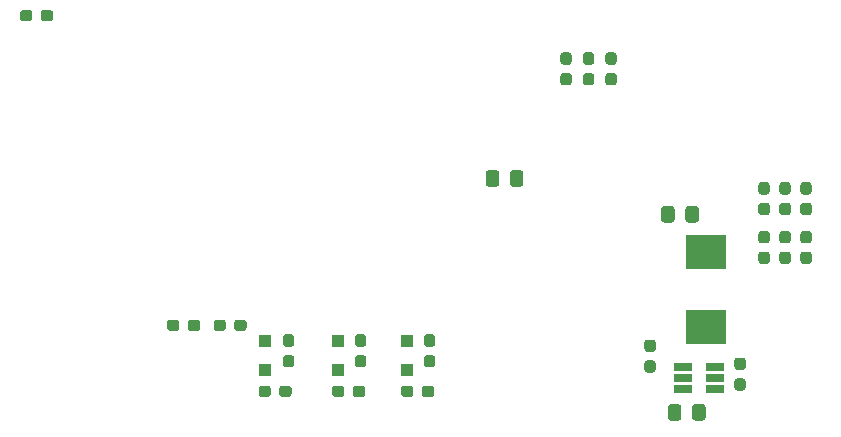
<source format=gtp>
G04 #@! TF.GenerationSoftware,KiCad,Pcbnew,(5.1.6)-1*
G04 #@! TF.CreationDate,2020-11-18T04:27:20-08:00*
G04 #@! TF.ProjectId,Logic Board RevA,4c6f6769-6320-4426-9f61-726420526576,rev?*
G04 #@! TF.SameCoordinates,Original*
G04 #@! TF.FileFunction,Paste,Top*
G04 #@! TF.FilePolarity,Positive*
%FSLAX46Y46*%
G04 Gerber Fmt 4.6, Leading zero omitted, Abs format (unit mm)*
G04 Created by KiCad (PCBNEW (5.1.6)-1) date 2020-11-18 04:27:20*
%MOMM*%
%LPD*%
G01*
G04 APERTURE LIST*
%ADD10R,3.500000X3.000000*%
%ADD11R,1.560000X0.650000*%
%ADD12R,1.000000X1.000000*%
G04 APERTURE END LIST*
G36*
G01*
X168926500Y-91409000D02*
X169401500Y-91409000D01*
G75*
G02*
X169639000Y-91646500I0J-237500D01*
G01*
X169639000Y-92221500D01*
G75*
G02*
X169401500Y-92459000I-237500J0D01*
G01*
X168926500Y-92459000D01*
G75*
G02*
X168689000Y-92221500I0J237500D01*
G01*
X168689000Y-91646500D01*
G75*
G02*
X168926500Y-91409000I237500J0D01*
G01*
G37*
G36*
G01*
X168926500Y-89659000D02*
X169401500Y-89659000D01*
G75*
G02*
X169639000Y-89896500I0J-237500D01*
G01*
X169639000Y-90471500D01*
G75*
G02*
X169401500Y-90709000I-237500J0D01*
G01*
X168926500Y-90709000D01*
G75*
G02*
X168689000Y-90471500I0J237500D01*
G01*
X168689000Y-89896500D01*
G75*
G02*
X168926500Y-89659000I237500J0D01*
G01*
G37*
G36*
G01*
X120173000Y-86313000D02*
X120173000Y-86788000D01*
G75*
G02*
X119935500Y-87025500I-237500J0D01*
G01*
X119360500Y-87025500D01*
G75*
G02*
X119123000Y-86788000I0J237500D01*
G01*
X119123000Y-86313000D01*
G75*
G02*
X119360500Y-86075500I237500J0D01*
G01*
X119935500Y-86075500D01*
G75*
G02*
X120173000Y-86313000I0J-237500D01*
G01*
G37*
G36*
G01*
X121923000Y-86313000D02*
X121923000Y-86788000D01*
G75*
G02*
X121685500Y-87025500I-237500J0D01*
G01*
X121110500Y-87025500D01*
G75*
G02*
X120873000Y-86788000I0J237500D01*
G01*
X120873000Y-86313000D01*
G75*
G02*
X121110500Y-86075500I237500J0D01*
G01*
X121685500Y-86075500D01*
G75*
G02*
X121923000Y-86313000I0J-237500D01*
G01*
G37*
G36*
G01*
X160597000Y-100780001D02*
X160597000Y-99879999D01*
G75*
G02*
X160846999Y-99630000I249999J0D01*
G01*
X161497001Y-99630000D01*
G75*
G02*
X161747000Y-99879999I0J-249999D01*
G01*
X161747000Y-100780001D01*
G75*
G02*
X161497001Y-101030000I-249999J0D01*
G01*
X160846999Y-101030000D01*
G75*
G02*
X160597000Y-100780001I0J249999D01*
G01*
G37*
G36*
G01*
X158547000Y-100780001D02*
X158547000Y-99879999D01*
G75*
G02*
X158796999Y-99630000I249999J0D01*
G01*
X159447001Y-99630000D01*
G75*
G02*
X159697000Y-99879999I0J-249999D01*
G01*
X159697000Y-100780001D01*
G75*
G02*
X159447001Y-101030000I-249999J0D01*
G01*
X158796999Y-101030000D01*
G75*
G02*
X158547000Y-100780001I0J249999D01*
G01*
G37*
D10*
X177165000Y-112878000D03*
X177165000Y-106578000D03*
G36*
G01*
X184133500Y-105822000D02*
X183658500Y-105822000D01*
G75*
G02*
X183421000Y-105584500I0J237500D01*
G01*
X183421000Y-105009500D01*
G75*
G02*
X183658500Y-104772000I237500J0D01*
G01*
X184133500Y-104772000D01*
G75*
G02*
X184371000Y-105009500I0J-237500D01*
G01*
X184371000Y-105584500D01*
G75*
G02*
X184133500Y-105822000I-237500J0D01*
G01*
G37*
G36*
G01*
X184133500Y-107572000D02*
X183658500Y-107572000D01*
G75*
G02*
X183421000Y-107334500I0J237500D01*
G01*
X183421000Y-106759500D01*
G75*
G02*
X183658500Y-106522000I237500J0D01*
G01*
X184133500Y-106522000D01*
G75*
G02*
X184371000Y-106759500I0J-237500D01*
G01*
X184371000Y-107334500D01*
G75*
G02*
X184133500Y-107572000I-237500J0D01*
G01*
G37*
D11*
X177956200Y-117208300D03*
X177956200Y-116258300D03*
X177956200Y-118158300D03*
X175256200Y-118158300D03*
X175256200Y-117208300D03*
X175256200Y-116258300D03*
G36*
G01*
X165591500Y-90709000D02*
X165116500Y-90709000D01*
G75*
G02*
X164879000Y-90471500I0J237500D01*
G01*
X164879000Y-89896500D01*
G75*
G02*
X165116500Y-89659000I237500J0D01*
G01*
X165591500Y-89659000D01*
G75*
G02*
X165829000Y-89896500I0J-237500D01*
G01*
X165829000Y-90471500D01*
G75*
G02*
X165591500Y-90709000I-237500J0D01*
G01*
G37*
G36*
G01*
X165591500Y-92459000D02*
X165116500Y-92459000D01*
G75*
G02*
X164879000Y-92221500I0J237500D01*
G01*
X164879000Y-91646500D01*
G75*
G02*
X165116500Y-91409000I237500J0D01*
G01*
X165591500Y-91409000D01*
G75*
G02*
X165829000Y-91646500I0J-237500D01*
G01*
X165829000Y-92221500D01*
G75*
G02*
X165591500Y-92459000I-237500J0D01*
G01*
G37*
G36*
G01*
X185436500Y-102394500D02*
X185911500Y-102394500D01*
G75*
G02*
X186149000Y-102632000I0J-237500D01*
G01*
X186149000Y-103207000D01*
G75*
G02*
X185911500Y-103444500I-237500J0D01*
G01*
X185436500Y-103444500D01*
G75*
G02*
X185199000Y-103207000I0J237500D01*
G01*
X185199000Y-102632000D01*
G75*
G02*
X185436500Y-102394500I237500J0D01*
G01*
G37*
G36*
G01*
X185436500Y-100644500D02*
X185911500Y-100644500D01*
G75*
G02*
X186149000Y-100882000I0J-237500D01*
G01*
X186149000Y-101457000D01*
G75*
G02*
X185911500Y-101694500I-237500J0D01*
G01*
X185436500Y-101694500D01*
G75*
G02*
X185199000Y-101457000I0J237500D01*
G01*
X185199000Y-100882000D01*
G75*
G02*
X185436500Y-100644500I237500J0D01*
G01*
G37*
G36*
G01*
X183658500Y-102394500D02*
X184133500Y-102394500D01*
G75*
G02*
X184371000Y-102632000I0J-237500D01*
G01*
X184371000Y-103207000D01*
G75*
G02*
X184133500Y-103444500I-237500J0D01*
G01*
X183658500Y-103444500D01*
G75*
G02*
X183421000Y-103207000I0J237500D01*
G01*
X183421000Y-102632000D01*
G75*
G02*
X183658500Y-102394500I237500J0D01*
G01*
G37*
G36*
G01*
X183658500Y-100644500D02*
X184133500Y-100644500D01*
G75*
G02*
X184371000Y-100882000I0J-237500D01*
G01*
X184371000Y-101457000D01*
G75*
G02*
X184133500Y-101694500I-237500J0D01*
G01*
X183658500Y-101694500D01*
G75*
G02*
X183421000Y-101457000I0J237500D01*
G01*
X183421000Y-100882000D01*
G75*
G02*
X183658500Y-100644500I237500J0D01*
G01*
G37*
G36*
G01*
X182355500Y-101694500D02*
X181880500Y-101694500D01*
G75*
G02*
X181643000Y-101457000I0J237500D01*
G01*
X181643000Y-100882000D01*
G75*
G02*
X181880500Y-100644500I237500J0D01*
G01*
X182355500Y-100644500D01*
G75*
G02*
X182593000Y-100882000I0J-237500D01*
G01*
X182593000Y-101457000D01*
G75*
G02*
X182355500Y-101694500I-237500J0D01*
G01*
G37*
G36*
G01*
X182355500Y-103444500D02*
X181880500Y-103444500D01*
G75*
G02*
X181643000Y-103207000I0J237500D01*
G01*
X181643000Y-102632000D01*
G75*
G02*
X181880500Y-102394500I237500J0D01*
G01*
X182355500Y-102394500D01*
G75*
G02*
X182593000Y-102632000I0J-237500D01*
G01*
X182593000Y-103207000D01*
G75*
G02*
X182355500Y-103444500I-237500J0D01*
G01*
G37*
G36*
G01*
X167496500Y-90709000D02*
X167021500Y-90709000D01*
G75*
G02*
X166784000Y-90471500I0J237500D01*
G01*
X166784000Y-89896500D01*
G75*
G02*
X167021500Y-89659000I237500J0D01*
G01*
X167496500Y-89659000D01*
G75*
G02*
X167734000Y-89896500I0J-237500D01*
G01*
X167734000Y-90471500D01*
G75*
G02*
X167496500Y-90709000I-237500J0D01*
G01*
G37*
G36*
G01*
X167496500Y-92459000D02*
X167021500Y-92459000D01*
G75*
G02*
X166784000Y-92221500I0J237500D01*
G01*
X166784000Y-91646500D01*
G75*
G02*
X167021500Y-91409000I237500J0D01*
G01*
X167496500Y-91409000D01*
G75*
G02*
X167734000Y-91646500I0J-237500D01*
G01*
X167734000Y-92221500D01*
G75*
G02*
X167496500Y-92459000I-237500J0D01*
G01*
G37*
G36*
G01*
X179848500Y-117253500D02*
X180323500Y-117253500D01*
G75*
G02*
X180561000Y-117491000I0J-237500D01*
G01*
X180561000Y-118066000D01*
G75*
G02*
X180323500Y-118303500I-237500J0D01*
G01*
X179848500Y-118303500D01*
G75*
G02*
X179611000Y-118066000I0J237500D01*
G01*
X179611000Y-117491000D01*
G75*
G02*
X179848500Y-117253500I237500J0D01*
G01*
G37*
G36*
G01*
X179848500Y-115503500D02*
X180323500Y-115503500D01*
G75*
G02*
X180561000Y-115741000I0J-237500D01*
G01*
X180561000Y-116316000D01*
G75*
G02*
X180323500Y-116553500I-237500J0D01*
G01*
X179848500Y-116553500D01*
G75*
G02*
X179611000Y-116316000I0J237500D01*
G01*
X179611000Y-115741000D01*
G75*
G02*
X179848500Y-115503500I237500J0D01*
G01*
G37*
G36*
G01*
X141066000Y-118601500D02*
X141066000Y-118126500D01*
G75*
G02*
X141303500Y-117889000I237500J0D01*
G01*
X141878500Y-117889000D01*
G75*
G02*
X142116000Y-118126500I0J-237500D01*
G01*
X142116000Y-118601500D01*
G75*
G02*
X141878500Y-118839000I-237500J0D01*
G01*
X141303500Y-118839000D01*
G75*
G02*
X141066000Y-118601500I0J237500D01*
G01*
G37*
G36*
G01*
X139316000Y-118601500D02*
X139316000Y-118126500D01*
G75*
G02*
X139553500Y-117889000I237500J0D01*
G01*
X140128500Y-117889000D01*
G75*
G02*
X140366000Y-118126500I0J-237500D01*
G01*
X140366000Y-118601500D01*
G75*
G02*
X140128500Y-118839000I-237500J0D01*
G01*
X139553500Y-118839000D01*
G75*
G02*
X139316000Y-118601500I0J237500D01*
G01*
G37*
G36*
G01*
X153131000Y-118601500D02*
X153131000Y-118126500D01*
G75*
G02*
X153368500Y-117889000I237500J0D01*
G01*
X153943500Y-117889000D01*
G75*
G02*
X154181000Y-118126500I0J-237500D01*
G01*
X154181000Y-118601500D01*
G75*
G02*
X153943500Y-118839000I-237500J0D01*
G01*
X153368500Y-118839000D01*
G75*
G02*
X153131000Y-118601500I0J237500D01*
G01*
G37*
G36*
G01*
X151381000Y-118601500D02*
X151381000Y-118126500D01*
G75*
G02*
X151618500Y-117889000I237500J0D01*
G01*
X152193500Y-117889000D01*
G75*
G02*
X152431000Y-118126500I0J-237500D01*
G01*
X152431000Y-118601500D01*
G75*
G02*
X152193500Y-118839000I-237500J0D01*
G01*
X151618500Y-118839000D01*
G75*
G02*
X151381000Y-118601500I0J237500D01*
G01*
G37*
G36*
G01*
X147289000Y-118601500D02*
X147289000Y-118126500D01*
G75*
G02*
X147526500Y-117889000I237500J0D01*
G01*
X148101500Y-117889000D01*
G75*
G02*
X148339000Y-118126500I0J-237500D01*
G01*
X148339000Y-118601500D01*
G75*
G02*
X148101500Y-118839000I-237500J0D01*
G01*
X147526500Y-118839000D01*
G75*
G02*
X147289000Y-118601500I0J237500D01*
G01*
G37*
G36*
G01*
X145539000Y-118601500D02*
X145539000Y-118126500D01*
G75*
G02*
X145776500Y-117889000I237500J0D01*
G01*
X146351500Y-117889000D01*
G75*
G02*
X146589000Y-118126500I0J-237500D01*
G01*
X146589000Y-118601500D01*
G75*
G02*
X146351500Y-118839000I-237500J0D01*
G01*
X145776500Y-118839000D01*
G75*
G02*
X145539000Y-118601500I0J237500D01*
G01*
G37*
G36*
G01*
X185911500Y-105822000D02*
X185436500Y-105822000D01*
G75*
G02*
X185199000Y-105584500I0J237500D01*
G01*
X185199000Y-105009500D01*
G75*
G02*
X185436500Y-104772000I237500J0D01*
G01*
X185911500Y-104772000D01*
G75*
G02*
X186149000Y-105009500I0J-237500D01*
G01*
X186149000Y-105584500D01*
G75*
G02*
X185911500Y-105822000I-237500J0D01*
G01*
G37*
G36*
G01*
X185911500Y-107572000D02*
X185436500Y-107572000D01*
G75*
G02*
X185199000Y-107334500I0J237500D01*
G01*
X185199000Y-106759500D01*
G75*
G02*
X185436500Y-106522000I237500J0D01*
G01*
X185911500Y-106522000D01*
G75*
G02*
X186149000Y-106759500I0J-237500D01*
G01*
X186149000Y-107334500D01*
G75*
G02*
X185911500Y-107572000I-237500J0D01*
G01*
G37*
G36*
G01*
X181880500Y-106522000D02*
X182355500Y-106522000D01*
G75*
G02*
X182593000Y-106759500I0J-237500D01*
G01*
X182593000Y-107334500D01*
G75*
G02*
X182355500Y-107572000I-237500J0D01*
G01*
X181880500Y-107572000D01*
G75*
G02*
X181643000Y-107334500I0J237500D01*
G01*
X181643000Y-106759500D01*
G75*
G02*
X181880500Y-106522000I237500J0D01*
G01*
G37*
G36*
G01*
X181880500Y-104772000D02*
X182355500Y-104772000D01*
G75*
G02*
X182593000Y-105009500I0J-237500D01*
G01*
X182593000Y-105584500D01*
G75*
G02*
X182355500Y-105822000I-237500J0D01*
G01*
X181880500Y-105822000D01*
G75*
G02*
X181643000Y-105584500I0J237500D01*
G01*
X181643000Y-105009500D01*
G75*
G02*
X181880500Y-104772000I237500J0D01*
G01*
G37*
D12*
X139827000Y-114066000D03*
X139827000Y-116566000D03*
X151892000Y-114066000D03*
X151892000Y-116566000D03*
X146050000Y-114066000D03*
X146050000Y-116566000D03*
G36*
G01*
X132619000Y-112538500D02*
X132619000Y-113013500D01*
G75*
G02*
X132381500Y-113251000I-237500J0D01*
G01*
X131806500Y-113251000D01*
G75*
G02*
X131569000Y-113013500I0J237500D01*
G01*
X131569000Y-112538500D01*
G75*
G02*
X131806500Y-112301000I237500J0D01*
G01*
X132381500Y-112301000D01*
G75*
G02*
X132619000Y-112538500I0J-237500D01*
G01*
G37*
G36*
G01*
X134369000Y-112538500D02*
X134369000Y-113013500D01*
G75*
G02*
X134131500Y-113251000I-237500J0D01*
G01*
X133556500Y-113251000D01*
G75*
G02*
X133319000Y-113013500I0J237500D01*
G01*
X133319000Y-112538500D01*
G75*
G02*
X133556500Y-112301000I237500J0D01*
G01*
X134131500Y-112301000D01*
G75*
G02*
X134369000Y-112538500I0J-237500D01*
G01*
G37*
G36*
G01*
X137256000Y-113013500D02*
X137256000Y-112538500D01*
G75*
G02*
X137493500Y-112301000I237500J0D01*
G01*
X138068500Y-112301000D01*
G75*
G02*
X138306000Y-112538500I0J-237500D01*
G01*
X138306000Y-113013500D01*
G75*
G02*
X138068500Y-113251000I-237500J0D01*
G01*
X137493500Y-113251000D01*
G75*
G02*
X137256000Y-113013500I0J237500D01*
G01*
G37*
G36*
G01*
X135506000Y-113013500D02*
X135506000Y-112538500D01*
G75*
G02*
X135743500Y-112301000I237500J0D01*
G01*
X136318500Y-112301000D01*
G75*
G02*
X136556000Y-112538500I0J-237500D01*
G01*
X136556000Y-113013500D01*
G75*
G02*
X136318500Y-113251000I-237500J0D01*
G01*
X135743500Y-113251000D01*
G75*
G02*
X135506000Y-113013500I0J237500D01*
G01*
G37*
G36*
G01*
X142096500Y-114585000D02*
X141621500Y-114585000D01*
G75*
G02*
X141384000Y-114347500I0J237500D01*
G01*
X141384000Y-113772500D01*
G75*
G02*
X141621500Y-113535000I237500J0D01*
G01*
X142096500Y-113535000D01*
G75*
G02*
X142334000Y-113772500I0J-237500D01*
G01*
X142334000Y-114347500D01*
G75*
G02*
X142096500Y-114585000I-237500J0D01*
G01*
G37*
G36*
G01*
X142096500Y-116335000D02*
X141621500Y-116335000D01*
G75*
G02*
X141384000Y-116097500I0J237500D01*
G01*
X141384000Y-115522500D01*
G75*
G02*
X141621500Y-115285000I237500J0D01*
G01*
X142096500Y-115285000D01*
G75*
G02*
X142334000Y-115522500I0J-237500D01*
G01*
X142334000Y-116097500D01*
G75*
G02*
X142096500Y-116335000I-237500J0D01*
G01*
G37*
G36*
G01*
X154034500Y-114585000D02*
X153559500Y-114585000D01*
G75*
G02*
X153322000Y-114347500I0J237500D01*
G01*
X153322000Y-113772500D01*
G75*
G02*
X153559500Y-113535000I237500J0D01*
G01*
X154034500Y-113535000D01*
G75*
G02*
X154272000Y-113772500I0J-237500D01*
G01*
X154272000Y-114347500D01*
G75*
G02*
X154034500Y-114585000I-237500J0D01*
G01*
G37*
G36*
G01*
X154034500Y-116335000D02*
X153559500Y-116335000D01*
G75*
G02*
X153322000Y-116097500I0J237500D01*
G01*
X153322000Y-115522500D01*
G75*
G02*
X153559500Y-115285000I237500J0D01*
G01*
X154034500Y-115285000D01*
G75*
G02*
X154272000Y-115522500I0J-237500D01*
G01*
X154272000Y-116097500D01*
G75*
G02*
X154034500Y-116335000I-237500J0D01*
G01*
G37*
G36*
G01*
X148192500Y-114585000D02*
X147717500Y-114585000D01*
G75*
G02*
X147480000Y-114347500I0J237500D01*
G01*
X147480000Y-113772500D01*
G75*
G02*
X147717500Y-113535000I237500J0D01*
G01*
X148192500Y-113535000D01*
G75*
G02*
X148430000Y-113772500I0J-237500D01*
G01*
X148430000Y-114347500D01*
G75*
G02*
X148192500Y-114585000I-237500J0D01*
G01*
G37*
G36*
G01*
X148192500Y-116335000D02*
X147717500Y-116335000D01*
G75*
G02*
X147480000Y-116097500I0J237500D01*
G01*
X147480000Y-115522500D01*
G75*
G02*
X147717500Y-115285000I237500J0D01*
G01*
X148192500Y-115285000D01*
G75*
G02*
X148430000Y-115522500I0J-237500D01*
G01*
X148430000Y-116097500D01*
G75*
G02*
X148192500Y-116335000I-237500J0D01*
G01*
G37*
G36*
G01*
X174556000Y-102927999D02*
X174556000Y-103828001D01*
G75*
G02*
X174306001Y-104078000I-249999J0D01*
G01*
X173655999Y-104078000D01*
G75*
G02*
X173406000Y-103828001I0J249999D01*
G01*
X173406000Y-102927999D01*
G75*
G02*
X173655999Y-102678000I249999J0D01*
G01*
X174306001Y-102678000D01*
G75*
G02*
X174556000Y-102927999I0J-249999D01*
G01*
G37*
G36*
G01*
X176606000Y-102927999D02*
X176606000Y-103828001D01*
G75*
G02*
X176356001Y-104078000I-249999J0D01*
G01*
X175705999Y-104078000D01*
G75*
G02*
X175456000Y-103828001I0J249999D01*
G01*
X175456000Y-102927999D01*
G75*
G02*
X175705999Y-102678000I249999J0D01*
G01*
X176356001Y-102678000D01*
G75*
G02*
X176606000Y-102927999I0J-249999D01*
G01*
G37*
G36*
G01*
X172703500Y-115029500D02*
X172228500Y-115029500D01*
G75*
G02*
X171991000Y-114792000I0J237500D01*
G01*
X171991000Y-114217000D01*
G75*
G02*
X172228500Y-113979500I237500J0D01*
G01*
X172703500Y-113979500D01*
G75*
G02*
X172941000Y-114217000I0J-237500D01*
G01*
X172941000Y-114792000D01*
G75*
G02*
X172703500Y-115029500I-237500J0D01*
G01*
G37*
G36*
G01*
X172703500Y-116779500D02*
X172228500Y-116779500D01*
G75*
G02*
X171991000Y-116542000I0J237500D01*
G01*
X171991000Y-115967000D01*
G75*
G02*
X172228500Y-115729500I237500J0D01*
G01*
X172703500Y-115729500D01*
G75*
G02*
X172941000Y-115967000I0J-237500D01*
G01*
X172941000Y-116542000D01*
G75*
G02*
X172703500Y-116779500I-237500J0D01*
G01*
G37*
G36*
G01*
X175127500Y-119691999D02*
X175127500Y-120592001D01*
G75*
G02*
X174877501Y-120842000I-249999J0D01*
G01*
X174227499Y-120842000D01*
G75*
G02*
X173977500Y-120592001I0J249999D01*
G01*
X173977500Y-119691999D01*
G75*
G02*
X174227499Y-119442000I249999J0D01*
G01*
X174877501Y-119442000D01*
G75*
G02*
X175127500Y-119691999I0J-249999D01*
G01*
G37*
G36*
G01*
X177177500Y-119691999D02*
X177177500Y-120592001D01*
G75*
G02*
X176927501Y-120842000I-249999J0D01*
G01*
X176277499Y-120842000D01*
G75*
G02*
X176027500Y-120592001I0J249999D01*
G01*
X176027500Y-119691999D01*
G75*
G02*
X176277499Y-119442000I249999J0D01*
G01*
X176927501Y-119442000D01*
G75*
G02*
X177177500Y-119691999I0J-249999D01*
G01*
G37*
M02*

</source>
